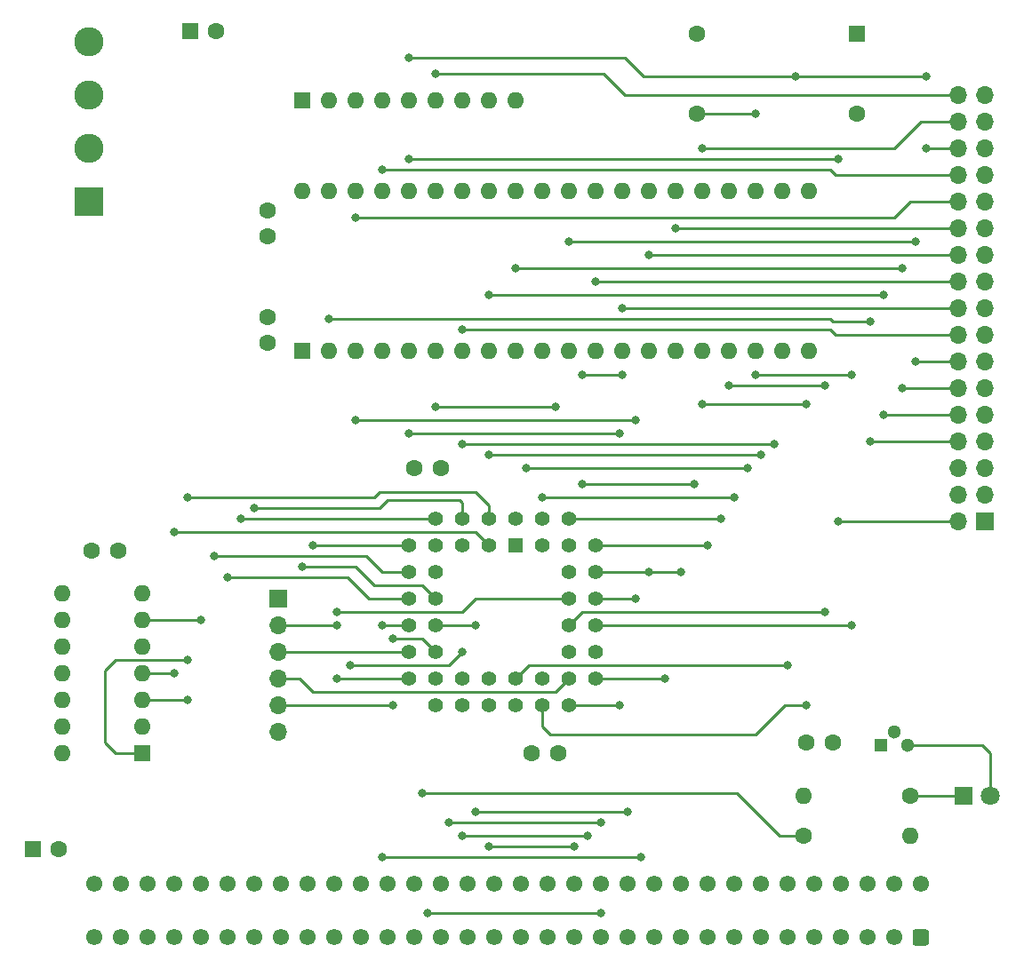
<source format=gtl>
G04 #@! TF.GenerationSoftware,KiCad,Pcbnew,(5.1.10)-1*
G04 #@! TF.CreationDate,2021-07-30T10:31:03+01:00*
G04 #@! TF.ProjectId,FloppyDiskController,466c6f70-7079-4446-9973-6b436f6e7472,rev?*
G04 #@! TF.SameCoordinates,Original*
G04 #@! TF.FileFunction,Copper,L1,Top*
G04 #@! TF.FilePolarity,Positive*
%FSLAX46Y46*%
G04 Gerber Fmt 4.6, Leading zero omitted, Abs format (unit mm)*
G04 Created by KiCad (PCBNEW (5.1.10)-1) date 2021-07-30 10:31:03*
%MOMM*%
%LPD*%
G01*
G04 APERTURE LIST*
G04 #@! TA.AperFunction,ComponentPad*
%ADD10O,1.600000X1.600000*%
G04 #@! TD*
G04 #@! TA.AperFunction,ComponentPad*
%ADD11R,1.600000X1.600000*%
G04 #@! TD*
G04 #@! TA.AperFunction,ComponentPad*
%ADD12C,1.550000*%
G04 #@! TD*
G04 #@! TA.AperFunction,ComponentPad*
%ADD13O,1.700000X1.700000*%
G04 #@! TD*
G04 #@! TA.AperFunction,ComponentPad*
%ADD14R,1.700000X1.700000*%
G04 #@! TD*
G04 #@! TA.AperFunction,ComponentPad*
%ADD15C,2.780000*%
G04 #@! TD*
G04 #@! TA.AperFunction,ComponentPad*
%ADD16R,2.780000X2.780000*%
G04 #@! TD*
G04 #@! TA.AperFunction,ComponentPad*
%ADD17C,1.600000*%
G04 #@! TD*
G04 #@! TA.AperFunction,ComponentPad*
%ADD18C,1.422400*%
G04 #@! TD*
G04 #@! TA.AperFunction,ComponentPad*
%ADD19R,1.422400X1.422400*%
G04 #@! TD*
G04 #@! TA.AperFunction,ComponentPad*
%ADD20R,1.300000X1.300000*%
G04 #@! TD*
G04 #@! TA.AperFunction,ComponentPad*
%ADD21C,1.300000*%
G04 #@! TD*
G04 #@! TA.AperFunction,ComponentPad*
%ADD22C,1.800000*%
G04 #@! TD*
G04 #@! TA.AperFunction,ComponentPad*
%ADD23R,1.800000X1.800000*%
G04 #@! TD*
G04 #@! TA.AperFunction,ViaPad*
%ADD24C,0.800000*%
G04 #@! TD*
G04 #@! TA.AperFunction,Conductor*
%ADD25C,0.250000*%
G04 #@! TD*
G04 APERTURE END LIST*
D10*
X125222000Y-53594000D03*
X173482000Y-68834000D03*
X127762000Y-53594000D03*
X170942000Y-68834000D03*
X130302000Y-53594000D03*
X168402000Y-68834000D03*
X132842000Y-53594000D03*
X165862000Y-68834000D03*
X135382000Y-53594000D03*
X163322000Y-68834000D03*
X137922000Y-53594000D03*
X160782000Y-68834000D03*
X140462000Y-53594000D03*
X158242000Y-68834000D03*
X143002000Y-53594000D03*
X155702000Y-68834000D03*
X145542000Y-53594000D03*
X153162000Y-68834000D03*
X148082000Y-53594000D03*
X150622000Y-68834000D03*
X150622000Y-53594000D03*
X148082000Y-68834000D03*
X153162000Y-53594000D03*
X145542000Y-68834000D03*
X155702000Y-53594000D03*
X143002000Y-68834000D03*
X158242000Y-53594000D03*
X140462000Y-68834000D03*
X160782000Y-53594000D03*
X137922000Y-68834000D03*
X163322000Y-53594000D03*
X135382000Y-68834000D03*
X165862000Y-53594000D03*
X132842000Y-68834000D03*
X168402000Y-53594000D03*
X130302000Y-68834000D03*
X170942000Y-53594000D03*
X127762000Y-68834000D03*
X173482000Y-53594000D03*
D11*
X125222000Y-68834000D03*
D10*
X102362000Y-107188000D03*
X109982000Y-91948000D03*
X102362000Y-104648000D03*
X109982000Y-94488000D03*
X102362000Y-102108000D03*
X109982000Y-97028000D03*
X102362000Y-99568000D03*
X109982000Y-99568000D03*
X102362000Y-97028000D03*
X109982000Y-102108000D03*
X102362000Y-94488000D03*
X109982000Y-104648000D03*
X102362000Y-91948000D03*
D11*
X109982000Y-107188000D03*
D12*
X105410000Y-119634000D03*
X107950000Y-119634000D03*
X110490000Y-119634000D03*
X113030000Y-119634000D03*
X115570000Y-119634000D03*
X118110000Y-119634000D03*
X120650000Y-119634000D03*
X123190000Y-119634000D03*
X125730000Y-119634000D03*
X128270000Y-119634000D03*
X130810000Y-119634000D03*
X133350000Y-119634000D03*
X135890000Y-119634000D03*
X138430000Y-119634000D03*
X140970000Y-119634000D03*
X143510000Y-119634000D03*
X146050000Y-119634000D03*
X148590000Y-119634000D03*
X151130000Y-119634000D03*
X153670000Y-119634000D03*
X156210000Y-119634000D03*
X158750000Y-119634000D03*
X161290000Y-119634000D03*
X163830000Y-119634000D03*
X166370000Y-119634000D03*
X168910000Y-119634000D03*
X171450000Y-119634000D03*
X173990000Y-119634000D03*
X176530000Y-119634000D03*
X179070000Y-119634000D03*
X181610000Y-119634000D03*
X184150000Y-119634000D03*
X105410000Y-124714000D03*
X107950000Y-124714000D03*
X110490000Y-124714000D03*
X113030000Y-124714000D03*
X115570000Y-124714000D03*
X118110000Y-124714000D03*
X120650000Y-124714000D03*
X123190000Y-124714000D03*
X125730000Y-124714000D03*
X128270000Y-124714000D03*
X130810000Y-124714000D03*
X133350000Y-124714000D03*
X135890000Y-124714000D03*
X138430000Y-124714000D03*
X140970000Y-124714000D03*
X143510000Y-124714000D03*
X146050000Y-124714000D03*
X148590000Y-124714000D03*
X151130000Y-124714000D03*
X153670000Y-124714000D03*
X156210000Y-124714000D03*
X158750000Y-124714000D03*
X161290000Y-124714000D03*
X163830000Y-124714000D03*
X166370000Y-124714000D03*
X168910000Y-124714000D03*
X171450000Y-124714000D03*
X173990000Y-124714000D03*
X176530000Y-124714000D03*
X179070000Y-124714000D03*
X181610000Y-124714000D03*
G04 #@! TA.AperFunction,ComponentPad*
G36*
G01*
X184925000Y-124188998D02*
X184925000Y-125239002D01*
G75*
G02*
X184675002Y-125489000I-249998J0D01*
G01*
X183624998Y-125489000D01*
G75*
G02*
X183375000Y-125239002I0J249998D01*
G01*
X183375000Y-124188998D01*
G75*
G02*
X183624998Y-123939000I249998J0D01*
G01*
X184675002Y-123939000D01*
G75*
G02*
X184925000Y-124188998I0J-249998D01*
G01*
G37*
G04 #@! TD.AperFunction*
D13*
X122936000Y-105156000D03*
X122936000Y-102616000D03*
X122936000Y-100076000D03*
X122936000Y-97536000D03*
X122936000Y-94996000D03*
D14*
X122936000Y-92456000D03*
D15*
X104902000Y-39370000D03*
X104902000Y-44450000D03*
X104902000Y-49530000D03*
D16*
X104902000Y-54610000D03*
D17*
X102068000Y-116332000D03*
D11*
X99568000Y-116332000D03*
D17*
X117054000Y-38354000D03*
D11*
X114554000Y-38354000D03*
D17*
X162814000Y-38608000D03*
X162814000Y-46228000D03*
X178054000Y-46228000D03*
D11*
X178054000Y-38608000D03*
D18*
X153162000Y-87376000D03*
X153162000Y-89916000D03*
X153162000Y-92456000D03*
X153162000Y-94996000D03*
X153162000Y-97536000D03*
X150622000Y-84836000D03*
X150622000Y-89916000D03*
X150622000Y-92456000D03*
X150622000Y-94996000D03*
X150622000Y-97536000D03*
X150622000Y-100076000D03*
X150622000Y-102616000D03*
X148082000Y-102616000D03*
X145542000Y-102616000D03*
X143002000Y-102616000D03*
X140462000Y-102616000D03*
X137922000Y-102616000D03*
X153162000Y-100076000D03*
X148082000Y-100076000D03*
X145542000Y-100076000D03*
X143002000Y-100076000D03*
X140462000Y-100076000D03*
X137922000Y-100076000D03*
X135382000Y-100076000D03*
X135382000Y-97536000D03*
X135382000Y-94996000D03*
X135382000Y-92456000D03*
X135382000Y-89916000D03*
X135382000Y-87376000D03*
X137922000Y-97536000D03*
X137922000Y-94996000D03*
X137922000Y-92456000D03*
X137922000Y-89916000D03*
X137922000Y-87376000D03*
X148082000Y-84836000D03*
X145542000Y-84836000D03*
X137922000Y-84836000D03*
X140462000Y-84836000D03*
X143002000Y-84836000D03*
X150622000Y-87376000D03*
X148082000Y-87376000D03*
X140462000Y-87376000D03*
X143002000Y-87376000D03*
D19*
X145542000Y-87376000D03*
D10*
X145542000Y-44958000D03*
X143002000Y-44958000D03*
X140462000Y-44958000D03*
X137922000Y-44958000D03*
X135382000Y-44958000D03*
X132842000Y-44958000D03*
X130302000Y-44958000D03*
X127762000Y-44958000D03*
D11*
X125222000Y-44958000D03*
D10*
X172974000Y-111252000D03*
D17*
X183134000Y-111252000D03*
D10*
X183134000Y-115062000D03*
D17*
X172974000Y-115062000D03*
D20*
X180340000Y-106426000D03*
D21*
X182880000Y-106426000D03*
X181610000Y-105156000D03*
D13*
X187706000Y-44450000D03*
X190246000Y-44450000D03*
X187706000Y-46990000D03*
X190246000Y-46990000D03*
X187706000Y-49530000D03*
X190246000Y-49530000D03*
X187706000Y-52070000D03*
X190246000Y-52070000D03*
X187706000Y-54610000D03*
X190246000Y-54610000D03*
X187706000Y-57150000D03*
X190246000Y-57150000D03*
X187706000Y-59690000D03*
X190246000Y-59690000D03*
X187706000Y-62230000D03*
X190246000Y-62230000D03*
X187706000Y-64770000D03*
X190246000Y-64770000D03*
X187706000Y-67310000D03*
X190246000Y-67310000D03*
X187706000Y-69850000D03*
X190246000Y-69850000D03*
X187706000Y-72390000D03*
X190246000Y-72390000D03*
X187706000Y-74930000D03*
X190246000Y-74930000D03*
X187706000Y-77470000D03*
X190246000Y-77470000D03*
X187706000Y-80010000D03*
X190246000Y-80010000D03*
X187706000Y-82550000D03*
X190246000Y-82550000D03*
X187706000Y-85090000D03*
D14*
X190246000Y-85090000D03*
D22*
X190754000Y-111252000D03*
D23*
X188214000Y-111252000D03*
D17*
X147106000Y-107188000D03*
X149606000Y-107188000D03*
X121920000Y-65572000D03*
X121920000Y-68072000D03*
X107696000Y-87884000D03*
X105196000Y-87884000D03*
X175768000Y-106172000D03*
X173268000Y-106172000D03*
X121920000Y-55412000D03*
X121920000Y-57912000D03*
X138430000Y-80010000D03*
X135930000Y-80010000D03*
D24*
X115570000Y-94488000D03*
X118110000Y-90423996D03*
X126238000Y-87376000D03*
X140462000Y-97536000D03*
X129794000Y-98806000D03*
X143002000Y-116078000D03*
X151130000Y-116078000D03*
X156210000Y-112776000D03*
X141732000Y-112776000D03*
X141732000Y-94996000D03*
X158242000Y-89916000D03*
X161290000Y-89916000D03*
X163830000Y-87376000D03*
X148082000Y-82804000D03*
X166370000Y-82804000D03*
X168910000Y-78740000D03*
X143002000Y-78740000D03*
X114300000Y-102108000D03*
X116840000Y-88392000D03*
X119380000Y-84836000D03*
X140462000Y-115062000D03*
X152400000Y-115062000D03*
X153670000Y-122428000D03*
X137160000Y-122428000D03*
X132842000Y-117094000D03*
X157480000Y-117094000D03*
X132842000Y-94996000D03*
X151892000Y-71120000D03*
X155702000Y-71120000D03*
X162560000Y-81534000D03*
X151892000Y-81534000D03*
X165100000Y-84836000D03*
X167640000Y-80010000D03*
X146558000Y-80010000D03*
X170180000Y-77724000D03*
X140462000Y-77724000D03*
X137922000Y-42418000D03*
X163322000Y-49530000D03*
X172212000Y-42672000D03*
X135382000Y-40894000D03*
X184658000Y-49530000D03*
X184658000Y-42672000D03*
X132842000Y-51562000D03*
X130302000Y-56134000D03*
X160782000Y-57150000D03*
X158242000Y-59690000D03*
X153162000Y-62230000D03*
X155702000Y-64770000D03*
X140462000Y-66802000D03*
X183642000Y-69850000D03*
X183642000Y-58420000D03*
X150622000Y-58420000D03*
X182372000Y-72390000D03*
X182372000Y-60960000D03*
X145542000Y-60960000D03*
X180594000Y-74930000D03*
X180594000Y-63500000D03*
X143002000Y-63500000D03*
X179324000Y-77470000D03*
X179324000Y-66040000D03*
X127762000Y-65786000D03*
X176276000Y-85090000D03*
X176276000Y-50546000D03*
X135382000Y-50546000D03*
X136652000Y-110998000D03*
X113030000Y-86106000D03*
X113030000Y-99568000D03*
X114300000Y-82804000D03*
X114300000Y-98298000D03*
X156972000Y-92456000D03*
X156972000Y-75438000D03*
X130302000Y-75438000D03*
X177546000Y-94996000D03*
X177546000Y-71120000D03*
X168402000Y-71120000D03*
X128524000Y-93726000D03*
X175006000Y-93726000D03*
X175006000Y-72136000D03*
X165862000Y-72136000D03*
X135382000Y-76708000D03*
X155448000Y-102616000D03*
X155448000Y-76708000D03*
X173228000Y-102616000D03*
X173228000Y-73914000D03*
X163322000Y-73914000D03*
X159766000Y-100076000D03*
X149352000Y-74168000D03*
X137922000Y-74168000D03*
X171450000Y-98806000D03*
X125222000Y-89408000D03*
X120650000Y-83820000D03*
X168402000Y-46228000D03*
X153670000Y-113792000D03*
X139192000Y-113792000D03*
X133858000Y-102616000D03*
X133858000Y-96266000D03*
X128524000Y-94996000D03*
X128524000Y-100076000D03*
D25*
X182880000Y-106426000D02*
X189992000Y-106426000D01*
X190754000Y-107188000D02*
X190754000Y-111252000D01*
X189992000Y-106426000D02*
X190754000Y-107188000D01*
X183134000Y-111252000D02*
X188214000Y-111252000D01*
X115570000Y-94488000D02*
X109982000Y-94488000D01*
X129539996Y-90423996D02*
X118110000Y-90423996D01*
X131572000Y-92456000D02*
X129539996Y-90423996D01*
X135382000Y-92456000D02*
X131572000Y-92456000D01*
X135382000Y-87376000D02*
X126238000Y-87376000D01*
X140462000Y-97536000D02*
X139192000Y-98806000D01*
X139192000Y-98806000D02*
X129794000Y-98806000D01*
X143002000Y-116078000D02*
X151130000Y-116078000D01*
X156210000Y-112776000D02*
X141732000Y-112776000D01*
X141732000Y-94996000D02*
X137922000Y-94996000D01*
X156972000Y-89916000D02*
X161290000Y-89916000D01*
X153162000Y-89916000D02*
X156972000Y-89916000D01*
X156972000Y-89916000D02*
X158242000Y-89916000D01*
X153162000Y-87376000D02*
X163830000Y-87376000D01*
X148082000Y-82804000D02*
X166370000Y-82804000D01*
X168910000Y-78740000D02*
X143002000Y-78740000D01*
X114300000Y-102108000D02*
X109982000Y-102108000D01*
X131318000Y-88392000D02*
X132842000Y-89916000D01*
X116840000Y-88392000D02*
X131318000Y-88392000D01*
X135382000Y-89916000D02*
X132842000Y-89916000D01*
X137922000Y-84836000D02*
X119380000Y-84836000D01*
X140462000Y-115062000D02*
X152400000Y-115062000D01*
X153670000Y-122428000D02*
X137160000Y-122428000D01*
X132842000Y-117094000D02*
X157480000Y-117094000D01*
X135382000Y-94996000D02*
X132842000Y-94996000D01*
X151892000Y-71120000D02*
X155702000Y-71120000D01*
X162560000Y-81534000D02*
X151892000Y-81534000D01*
X150622000Y-84836000D02*
X165100000Y-84836000D01*
X167640000Y-80010000D02*
X146558000Y-80010000D01*
X170180000Y-77724000D02*
X140462000Y-77724000D01*
X150622000Y-100076000D02*
X149352000Y-101346000D01*
X149352000Y-101346000D02*
X126238000Y-101346000D01*
X124968000Y-100076000D02*
X122936000Y-100076000D01*
X126238000Y-101346000D02*
X124968000Y-100076000D01*
X187706000Y-44450000D02*
X155956000Y-44450000D01*
X153924000Y-42418000D02*
X137922000Y-42418000D01*
X155956000Y-44450000D02*
X153924000Y-42418000D01*
X187706000Y-46990000D02*
X184150000Y-46990000D01*
X181610000Y-49530000D02*
X163322000Y-49530000D01*
X184150000Y-46990000D02*
X181610000Y-49530000D01*
X172212000Y-42672000D02*
X157734000Y-42672000D01*
X157734000Y-42672000D02*
X155956000Y-40894000D01*
X155956000Y-40894000D02*
X135382000Y-40894000D01*
X187706000Y-49530000D02*
X184658000Y-49530000D01*
X184658000Y-42672000D02*
X172212000Y-42672000D01*
X187706000Y-52070000D02*
X176022000Y-52070000D01*
X176022000Y-52070000D02*
X175514000Y-51562000D01*
X175514000Y-51562000D02*
X132842000Y-51562000D01*
X187706000Y-54610000D02*
X183134000Y-54610000D01*
X183134000Y-54610000D02*
X181610000Y-56134000D01*
X181610000Y-56134000D02*
X130302000Y-56134000D01*
X187706000Y-57150000D02*
X160782000Y-57150000D01*
X187706000Y-59690000D02*
X158242000Y-59690000D01*
X187706000Y-62230000D02*
X153162000Y-62230000D01*
X187706000Y-64770000D02*
X155702000Y-64770000D01*
X187706000Y-67310000D02*
X176022000Y-67310000D01*
X176022000Y-67310000D02*
X175514000Y-66802000D01*
X175514000Y-66802000D02*
X140462000Y-66802000D01*
X187706000Y-69850000D02*
X183642000Y-69850000D01*
X183642000Y-58420000D02*
X150622000Y-58420000D01*
X187706000Y-72390000D02*
X182372000Y-72390000D01*
X182372000Y-60960000D02*
X145542000Y-60960000D01*
X187706000Y-74930000D02*
X180594000Y-74930000D01*
X180594000Y-63500000D02*
X143002000Y-63500000D01*
X187706000Y-77470000D02*
X179324000Y-77470000D01*
X179324000Y-66040000D02*
X175768000Y-66040000D01*
X175514000Y-65786000D02*
X127762000Y-65786000D01*
X175768000Y-66040000D02*
X175514000Y-65786000D01*
X187706000Y-85090000D02*
X176276000Y-85090000D01*
X176276000Y-50546000D02*
X135382000Y-50546000D01*
X136652000Y-110998000D02*
X166624000Y-110998000D01*
X170688000Y-115062000D02*
X172974000Y-115062000D01*
X166624000Y-110998000D02*
X170688000Y-115062000D01*
X143002000Y-87376000D02*
X141732000Y-86106000D01*
X141732000Y-86106000D02*
X136144000Y-86106000D01*
X117094000Y-86106000D02*
X113030000Y-86106000D01*
X136144000Y-86106000D02*
X117094000Y-86106000D01*
X117094000Y-86106000D02*
X116332000Y-86106000D01*
X113030000Y-99568000D02*
X109982000Y-99568000D01*
X107442000Y-107188000D02*
X109982000Y-107188000D01*
X106426000Y-106172000D02*
X107442000Y-107188000D01*
X106426000Y-99314000D02*
X106426000Y-106172000D01*
X107442000Y-98298000D02*
X106426000Y-99314000D01*
X114300000Y-98298000D02*
X107442000Y-98298000D01*
X143002000Y-83566000D02*
X141732000Y-82296000D01*
X143002000Y-84836000D02*
X143002000Y-83566000D01*
X132080000Y-82804000D02*
X132588000Y-82296000D01*
X114300000Y-82804000D02*
X132080000Y-82804000D01*
X141732000Y-82296000D02*
X132588000Y-82296000D01*
X153162000Y-92456000D02*
X156972000Y-92456000D01*
X156972000Y-75438000D02*
X130302000Y-75438000D01*
X153162000Y-94996000D02*
X177546000Y-94996000D01*
X177546000Y-71120000D02*
X168402000Y-71120000D01*
X150622000Y-92456000D02*
X141732000Y-92456000D01*
X141732000Y-92456000D02*
X140462000Y-93726000D01*
X140462000Y-93726000D02*
X128524000Y-93726000D01*
X150622000Y-94996000D02*
X151892000Y-93726000D01*
X151892000Y-93726000D02*
X175006000Y-93726000D01*
X175006000Y-72136000D02*
X165862000Y-72136000D01*
X150622000Y-102616000D02*
X155448000Y-102616000D01*
X155448000Y-76708000D02*
X148082000Y-76708000D01*
X148082000Y-76708000D02*
X135382000Y-76708000D01*
X148082000Y-102616000D02*
X148082000Y-104648000D01*
X148082000Y-104648000D02*
X148844000Y-105410000D01*
X148844000Y-105410000D02*
X168402000Y-105410000D01*
X171196000Y-102616000D02*
X173228000Y-102616000D01*
X168402000Y-105410000D02*
X171196000Y-102616000D01*
X173228000Y-73914000D02*
X163322000Y-73914000D01*
X159766000Y-100076000D02*
X153162000Y-100076000D01*
X149352000Y-74168000D02*
X137922000Y-74168000D01*
X145542000Y-100076000D02*
X146812000Y-98806000D01*
X146812000Y-98806000D02*
X171450000Y-98806000D01*
X137922000Y-92456000D02*
X136652000Y-91186000D01*
X130302000Y-89408000D02*
X132080000Y-91186000D01*
X125222000Y-89408000D02*
X130302000Y-89408000D01*
X136652000Y-91186000D02*
X132080000Y-91186000D01*
X140462000Y-83312000D02*
X140462000Y-84836000D01*
X140208000Y-83058000D02*
X140462000Y-83312000D01*
X133350000Y-83058000D02*
X140208000Y-83058000D01*
X132588000Y-83820000D02*
X133350000Y-83058000D01*
X120650000Y-83820000D02*
X132588000Y-83820000D01*
X168402000Y-46228000D02*
X162814000Y-46228000D01*
X153670000Y-113792000D02*
X139192000Y-113792000D01*
X137922000Y-97536000D02*
X136652000Y-96266000D01*
X122936000Y-102616000D02*
X133858000Y-102616000D01*
X136652000Y-96266000D02*
X133858000Y-96266000D01*
X135382000Y-97536000D02*
X122936000Y-97536000D01*
X128524000Y-94996000D02*
X122936000Y-94996000D01*
X135382000Y-100076000D02*
X128524000Y-100076000D01*
M02*

</source>
